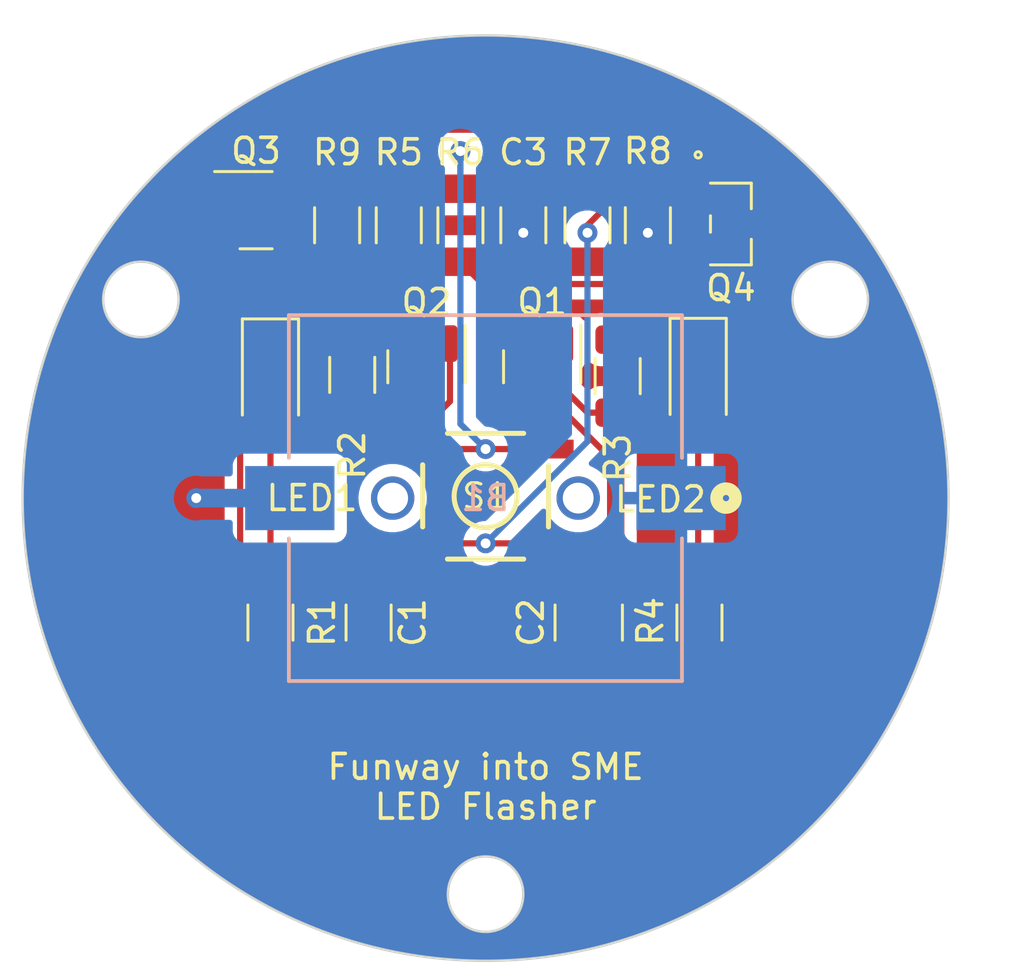
<source format=kicad_pcb>
(kicad_pcb (version 20221018) (generator pcbnew)
  (layers (0 "F.Cu" signal) (31 "B.Cu" signal) (34 "B.Paste" user) (35 "F.Paste" user) (36 "B.SilkS" user "B.Silkscreen") (37 "F.SilkS" user "F.Silkscreen") (38 "B.Mask" user) (39 "F.Mask" user) (44 "Edge.Cuts" user))
  (net 0 "")
  (net 1 "Net-(Q1-C)")
  (net 2 "LED 2")
  (net 3 "LED 1")
  (net 4 "Net-(Q2-C)")
  (net 5 "Net-(LED1-Pad2)")
  (net 6 "Net-(LED2-Pad2)")
  (net 7 "GND")
  (net 8 "3V")
  (net 9 "CRTGND")
  (net 10 "Net-(C3-Pad2)")
  (net 11 "Net-(Q3-B)")
  (net 12 "Net-(Q3-C)")
  (net 13 "Net-(Q4-Pad1)")
  (footprint "Capacitor_SMD:C_1206_3216Metric" (layer "F.Cu") (at 153.162 83.4644 90)
    (fp_text reference "R9" (at 2.9464 0 180) (layer "F.SilkS"))
    (fp_text value "10k")
    (fp_line (start -0.711252 -0.91) (end 0.711252 -0.91) (stroke (width 0.12)) (layer "F.SilkS"))
    (fp_line (start -0.711252 0.91) (end 0.711252 0.91) (stroke (width 0.12)) (layer "F.SilkS"))
    (pad "1" smd roundrect (at -1.475 0 90) (size 1.15 1.8) (layers "F.Cu" "F.Paste" "F.Mask") (roundrect_rratio 0.2173913043) (net 9 "CRTGND"))
    (pad "2" smd roundrect (at 1.475 0 90) (size 1.15 1.8) (layers "F.Cu" "F.Paste" "F.Mask") (roundrect_rratio 0.2173913043) (net 8 "3V"))
  )
  (footprint "Capacitor_SMD:C_1206_3216Metric" (layer "F.Cu") (at 160.6804 83.4644 90)
    (fp_text reference "C3" (at 2.9464 0 180) (layer "F.SilkS"))
    (fp_text value "330nF-1206-50V-10%")
    (fp_line (start -0.711252 -0.91) (end 0.711252 -0.91) (stroke (width 0.12)) (layer "F.SilkS"))
    (fp_line (start -0.711252 0.91) (end 0.711252 0.91) (stroke (width 0.12)) (layer "F.SilkS"))
    (pad "1" smd roundrect (at -1.475 0 90) (size 1.15 1.8) (layers "F.Cu" "F.Paste" "F.Mask") (roundrect_rratio 0.2173913043) (net 7 "GND"))
    (pad "2" smd roundrect (at 1.475 0 90) (size 1.15 1.8) (layers "F.Cu" "F.Paste" "F.Mask") (roundrect_rratio 0.2173913043) (net 10 "Net-(C3-Pad2)"))
  )
  (footprint "Capacitor_SMD:C_1206_3216Metric" (layer "F.Cu") (at 153.7716 89.5096 90)
    (fp_text reference "R2" (at -3.2512 0 90) (layer "F.SilkS"))
    (fp_text value "47K")
    (fp_line (start -0.711252 -0.91) (end 0.711252 -0.91) (stroke (width 0.12)) (layer "F.SilkS"))
    (fp_line (start -0.711252 0.91) (end 0.711252 0.91) (stroke (width 0.12)) (layer "F.SilkS"))
    (pad "1" smd roundrect (at -1.475 0 90) (size 1.15 1.8) (layers "F.Cu" "F.Paste" "F.Mask") (roundrect_rratio 0.2173913043) (net 2 "LED 2"))
    (pad "2" smd roundrect (at 1.475 0 90) (size 1.15 1.8) (layers "F.Cu" "F.Paste" "F.Mask") (roundrect_rratio 0.2173913043) (net 8 "3V"))
  )
  (footprint "Switches:TACTILE_SWITCH_SMD_5.2MM" (layer "F.Cu") (at 159.1564 94.4118)
    (fp_text reference "S1" (at 0 0) (layer "F.SilkS") (effects (font (thickness 0.127))))
    (fp_text value "MOMENTARY-SWITCH-SPST-2-SMD-5.2MM" hide)
    (fp_line (start -2.54 1.23952) (end -2.54 -1.27) (stroke (width 0.2032)) (layer "F.SilkS"))
    (fp_line (start -1.53924 -2.54) (end 1.53924 -2.54) (stroke (width 0.2032)) (layer "F.SilkS"))
    (fp_line (start 1.53924 2.54) (end -1.53924 2.54) (stroke (width 0.2032)) (layer "F.SilkS"))
    (fp_line (start 2.54 -1.23952) (end 2.54 1.23952) (stroke (width 0.2032)) (layer "F.SilkS"))
    (fp_circle (center 0 0) (end 0 -1.27) (stroke (width 0.2032)) (fill none) (layer "F.SilkS"))
    (pad "1" smd rect (at -2.794 -1.905 90) (size 0.762 1.524) (layers "F.Cu" "F.Paste" "F.Mask") (net 10 "Net-(C3-Pad2)"))
    (pad "2" smd rect (at 2.794 -1.905 90) (size 0.762 1.524) (layers "F.Cu" "F.Paste" "F.Mask") (net 10 "Net-(C3-Pad2)"))
    (pad "3" smd rect (at -2.794 1.905 90) (size 0.762 1.524) (layers "F.Cu" "F.Paste" "F.Mask") (net 13 "Net-(Q4-Pad1)"))
    (pad "4" smd rect (at 2.794 1.905 90) (size 0.762 1.524) (layers "F.Cu" "F.Paste" "F.Mask") (net 13 "Net-(Q4-Pad1)"))
  )
  (footprint "Capacitor_SMD:C_1206_3216Metric" (layer "F.Cu") (at 163.2712 83.4644 90)
    (fp_text reference "R7" (at 2.9464 0 180) (layer "F.SilkS"))
    (fp_text value "10k")
    (fp_line (start -0.711252 -0.91) (end 0.711252 -0.91) (stroke (width 0.12)) (layer "F.SilkS"))
    (fp_line (start -0.711252 0.91) (end 0.711252 0.91) (stroke (width 0.12)) (layer "F.SilkS"))
    (pad "1" smd roundrect (at -1.475 0 90) (size 1.15 1.8) (layers "F.Cu" "F.Paste" "F.Mask") (roundrect_rratio 0.2173913043) (net 13 "Net-(Q4-Pad1)"))
    (pad "2" smd roundrect (at 1.475 0 90) (size 1.15 1.8) (layers "F.Cu" "F.Paste" "F.Mask") (roundrect_rratio 0.2173913043) (net 12 "Net-(Q3-C)"))
  )
  (footprint "Capacitor_SMD:C_1206_3216Metric" (layer "F.Cu") (at 167.7924 99.5172 90)
    (fp_text reference "R4" (at 0.0508 -1.9812 90) (layer "F.SilkS"))
    (fp_text value "15R")
    (fp_line (start -0.711252 -0.91) (end 0.711252 -0.91) (stroke (width 0.12)) (layer "F.SilkS"))
    (fp_line (start -0.711252 0.91) (end 0.711252 0.91) (stroke (width 0.12)) (layer "F.SilkS"))
    (pad "1" smd roundrect (at -1.475 0 90) (size 1.15 1.8) (layers "F.Cu" "F.Paste" "F.Mask") (roundrect_rratio 0.2173913043) (net 4 "Net-(Q2-C)"))
    (pad "2" smd roundrect (at 1.475 0 90) (size 1.15 1.8) (layers "F.Cu" "F.Paste" "F.Mask") (roundrect_rratio 0.2173913043) (net 6 "Net-(LED2-Pad2)"))
  )
  (footprint "Capacitor_SMD:C_1210_3225Metric" (layer "F.Cu") (at 163.322 99.5172 -90)
    (fp_text reference "C2" (at 0 2.3368 90) (layer "F.SilkS"))
    (fp_text value "10UF-1210-50V-20%")
    (fp_line (start -0.711252 -1.36) (end 0.711252 -1.36) (stroke (width 0.12)) (layer "F.SilkS"))
    (fp_line (start -0.711252 1.36) (end 0.711252 1.36) (stroke (width 0.12)) (layer "F.SilkS"))
    (pad "1" smd roundrect (at -1.475 0 270) (size 1.15 2.7) (layers "F.Cu" "F.Paste" "F.Mask") (roundrect_rratio 0.2173913043) (net 3 "LED 1"))
    (pad "2" smd roundrect (at 1.475 0 270) (size 1.15 2.7) (layers "F.Cu" "F.Paste" "F.Mask") (roundrect_rratio 0.2173913043) (net 4 "Net-(Q2-C)"))
  )
  (footprint "Capacitor_SMD:C_1206_3216Metric" (layer "F.Cu") (at 150.4696 99.5172 90)
    (fp_text reference "R1" (at 0 2.0828 90) (layer "F.SilkS"))
    (fp_text value "15R")
    (fp_line (start -0.711252 -0.91) (end 0.711252 -0.91) (stroke (width 0.12)) (layer "F.SilkS"))
    (fp_line (start -0.711252 0.91) (end 0.711252 0.91) (stroke (width 0.12)) (layer "F.SilkS"))
    (pad "1" smd roundrect (at -1.475 0 90) (size 1.15 1.8) (layers "F.Cu" "F.Paste" "F.Mask") (roundrect_rratio 0.2173913043) (net 1 "Net-(Q1-C)"))
    (pad "2" smd roundrect (at 1.475 0 90) (size 1.15 1.8) (layers "F.Cu" "F.Paste" "F.Mask") (roundrect_rratio 0.2173913043) (net 5 "Net-(LED1-Pad2)"))
  )
  (footprint "Package_TO_SOT_SMD:SOT-23" (layer "F.Cu") (at 161.4424 89.1817 -90)
    (fp_text reference "Q1" (at -2.6185 0 -180) (layer "F.SilkS"))
    (fp_text value "BC848")
    (fp_line (start 0 -1.56) (end -1.675 -1.56) (stroke (width 0.12)) (layer "F.SilkS"))
    (fp_line (start 0 -1.56) (end 0.65 -1.56) (stroke (width 0.12)) (layer "F.SilkS"))
    (fp_line (start 0 1.56) (end -0.65 1.56) (stroke (width 0.12)) (layer "F.SilkS"))
    (fp_line (start 0 1.56) (end 0.65 1.56) (stroke (width 0.12)) (layer "F.SilkS"))
    (pad "1" smd roundrect (at -0.9375 -0.95 270) (size 1.475 0.6) (layers "F.Cu" "F.Paste" "F.Mask") (net 3 "LED 1"))
    (pad "2" smd roundrect (at -0.9375 0.95 270) (size 1.475 0.6) (layers "F.Cu" "F.Paste" "F.Mask") (net 9 "CRTGND"))
    (pad "3" smd roundrect (at 0.9375 0 270) (size 1.475 0.6) (layers "F.Cu" "F.Paste" "F.Mask") (net 1 "Net-(Q1-C)"))
  )
  (footprint "Capacitor_SMD:C_1206_3216Metric" (layer "F.Cu") (at 154.432 99.5172 90)
    (fp_text reference "C1" (at 0 1.778 90) (layer "F.SilkS"))
    (fp_text value "2.2UF-1206-50V-10%")
    (fp_line (start -0.711252 -0.91) (end 0.711252 -0.91) (stroke (width 0.12)) (layer "F.SilkS"))
    (fp_line (start -0.711252 0.91) (end 0.711252 0.91) (stroke (width 0.12)) (layer "F.SilkS"))
    (pad "1" smd roundrect (at -1.475 0 90) (size 1.15 1.8) (layers "F.Cu" "F.Paste" "F.Mask") (roundrect_rratio 0.2173913043) (net 1 "Net-(Q1-C)"))
    (pad "2" smd roundrect (at 1.475 0 90) (size 1.15 1.8) (layers "F.Cu" "F.Paste" "F.Mask") (roundrect_rratio 0.2173913043) (net 2 "LED 2"))
  )
  (footprint "Capacitor_SMD:C_1206_3216Metric" (layer "F.Cu") (at 155.6512 83.4644 90)
    (fp_text reference "R5" (at 2.9464 0 180) (layer "F.SilkS"))
    (fp_text value "100k")
    (fp_line (start -0.711252 -0.91) (end 0.711252 -0.91) (stroke (width 0.12)) (layer "F.SilkS"))
    (fp_line (start -0.711252 0.91) (end 0.711252 0.91) (stroke (width 0.12)) (layer "F.SilkS"))
    (pad "1" smd roundrect (at -1.475 0 90) (size 1.15 1.8) (layers "F.Cu" "F.Paste" "F.Mask") (roundrect_rratio 0.2173913043) (net 9 "CRTGND"))
    (pad "2" smd roundrect (at 1.475 0 90) (size 1.15 1.8) (layers "F.Cu" "F.Paste" "F.Mask") (roundrect_rratio 0.2173913043) (net 11 "Net-(Q3-B)"))
  )
  (footprint "Package_TO_SOT_SMD:SOT-23" (layer "F.Cu") (at 156.7688 89.1817 -90)
    (fp_text reference "Q2" (at -2.6185 0 -180) (layer "F.SilkS"))
    (fp_text value "BC848")
    (fp_line (start 0 -1.56) (end -1.675 -1.56) (stroke (width 0.12)) (layer "F.SilkS"))
    (fp_line (start 0 -1.56) (end 0.65 -1.56) (stroke (width 0.12)) (layer "F.SilkS"))
    (fp_line (start 0 1.56) (end -0.65 1.56) (stroke (width 0.12)) (layer "F.SilkS"))
    (fp_line (start 0 1.56) (end 0.65 1.56) (stroke (width 0.12)) (layer "F.SilkS"))
    (pad "1" smd roundrect (at -0.9375 -0.95 270) (size 1.475 0.6) (layers "F.Cu" "F.Paste" "F.Mask") (net 2 "LED 2"))
    (pad "2" smd roundrect (at -0.9375 0.95 270) (size 1.475 0.6) (layers "F.Cu" "F.Paste" "F.Mask") (net 9 "CRTGND"))
    (pad "3" smd roundrect (at 0.9375 0 270) (size 1.475 0.6) (layers "F.Cu" "F.Paste" "F.Mask") (net 4 "Net-(Q2-C)"))
  )
  (footprint "Capacitor_SMD:C_1206_3216Metric" (layer "F.Cu") (at 164.4904 89.5604 90)
    (fp_text reference "R3" (at -3.302 0 90) (layer "F.SilkS"))
    (fp_text value "47k")
    (fp_line (start -0.711252 -0.91) (end 0.711252 -0.91) (stroke (width 0.12)) (layer "F.SilkS"))
    (fp_line (start -0.711252 0.91) (end 0.711252 0.91) (stroke (width 0.12)) (layer "F.SilkS"))
    (pad "1" smd roundrect (at -1.475 0 90) (size 1.15 1.8) (layers "F.Cu" "F.Paste" "F.Mask") (roundrect_rratio 0.2173913043) (net 3 "LED 1"))
    (pad "2" smd roundrect (at 1.475 0 90) (size 1.15 1.8) (layers "F.Cu" "F.Paste" "F.Mask") (roundrect_rratio 0.2173913043) (net 8 "3V"))
  )
  (footprint "Package_TO_SOT_SMD:SOT-23" (layer "F.Cu") (at 149.8877 82.8548)
    (fp_text reference "Q3" (at 0 -2.4) (layer "F.SilkS"))
    (fp_text value "BC858")
    (fp_line (start 0 -1.56) (end -1.675 -1.56) (stroke (width 0.12)) (layer "F.SilkS"))
    (fp_line (start 0 -1.56) (end 0.65 -1.56) (stroke (width 0.12)) (layer "F.SilkS"))
    (fp_line (start 0 1.56) (end -0.65 1.56) (stroke (width 0.12)) (layer "F.SilkS"))
    (fp_line (start 0 1.56) (end 0.65 1.56) (stroke (width 0.12)) (layer "F.SilkS"))
    (pad "1" smd roundrect (at -0.9375 -0.95) (size 1.475 0.6) (layers "F.Cu" "F.Paste" "F.Mask") (net 11 "Net-(Q3-B)"))
    (pad "2" smd roundrect (at -0.9375 0.95) (size 1.475 0.6) (layers "F.Cu" "F.Paste" "F.Mask") (net 8 "3V"))
    (pad "3" smd roundrect (at 0.9375 0) (size 1.475 0.6) (layers "F.Cu" "F.Paste" "F.Mask") (net 12 "Net-(Q3-C)"))
  )
  (footprint "Capacitor_SMD:C_1206_3216Metric" (layer "F.Cu") (at 158.1404 83.4644 -90)
    (fp_text reference "R6" (at -2.9464 0 -180) (layer "F.SilkS"))
    (fp_text value "1M")
    (fp_line (start -0.711252 -0.91) (end 0.711252 -0.91) (stroke (width 0.12)) (layer "F.SilkS"))
    (fp_line (start -0.711252 0.91) (end 0.711252 0.91) (stroke (width 0.12)) (layer "F.SilkS"))
    (pad "1" smd roundrect (at -1.475 0 270) (size 1.15 1.8) (layers "F.Cu" "F.Paste" "F.Mask") (roundrect_rratio 0.2173913043) (net 10 "Net-(C3-Pad2)"))
    (pad "2" smd roundrect (at 1.475 0 270) (size 1.15 1.8) (layers "F.Cu" "F.Paste" "F.Mask") (roundrect_rratio 0.2173913043) (net 9 "CRTGND"))
  )
  (footprint "Capacitor_SMD:C_1206_3216Metric" (layer "F.Cu") (at 165.7096 83.4644 90)
    (fp_text reference "R8" (at 2.9972 0 180) (layer "F.SilkS"))
    (fp_text value "10k")
    (fp_line (start -0.711252 -0.91) (end 0.711252 -0.91) (stroke (width 0.12)) (layer "F.SilkS"))
    (fp_line (start -0.711252 0.91) (end 0.711252 0.91) (stroke (width 0.12)) (layer "F.SilkS"))
    (pad "1" smd roundrect (at -1.475 0 90) (size 1.15 1.8) (layers "F.Cu" "F.Paste" "F.Mask") (roundrect_rratio 0.2173913043) (net 7 "GND"))
    (pad "2" smd roundrect (at 1.475 0 90) (size 1.15 1.8) (layers "F.Cu" "F.Paste" "F.Mask") (roundrect_rratio 0.2173913043) (net 12 "Net-(Q3-C)"))
  )
  (footprint "LED_SMD:LED_1206_3216Metric" (layer "F.Cu") (at 150.4696 89.5338 -90)
    (fp_text reference "LED1" (at 4.9542 -1.6764 -180) (layer "F.SilkS"))
    (fp_text value "598-8220-107F")
    (fp_line (start -2.285 -1.135) (end -2.285 1.135) (stroke (width 0.12)) (layer "F.SilkS"))
    (fp_line (start -2.285 1.135) (end 1.6 1.135) (stroke (width 0.12)) (layer "F.SilkS"))
    (fp_line (start 1.6 -1.135) (end -2.285 -1.135) (stroke (width 0.12)) (layer "F.SilkS"))
    (pad "1" smd roundrect (at -1.4 0 270) (size 1.25 1.75) (layers "F.Cu" "F.Paste" "F.Mask") (roundrect_rratio 0.2) (net 8 "3V"))
    (pad "2" smd roundrect (at 1.4 0 270) (size 1.25 1.75) (layers "F.Cu" "F.Paste" "F.Mask") (roundrect_rratio 0.2) (net 5 "Net-(LED1-Pad2)"))
  )
  (footprint "Si2342DS:SI2342DS-T1-GE3" (layer "F.Cu") (at 169.0624 83.4136 -90)
    (fp_text reference "Q4" (at 2.5908 0 -180) (layer "F.SilkS"))
    (fp_text value "SI2342DS-T1-GE3" hide)
    (fp_line (start -1.651 -0.8255) (end -1.651 0.8255) (stroke (width 0.12)) (layer "F.SilkS"))
    (fp_line (start -0.61674 -0.8255) (end -1.651 -0.8255) (stroke (width 0.12)) (layer "F.SilkS"))
    (fp_line (start -0.333261 0.8255) (end 0.333261 0.8255) (stroke (width 0.12)) (layer "F.SilkS"))
    (fp_line (start 1.651 -0.8255) (end 0.61674 -0.8255) (stroke (width 0.12)) (layer "F.SilkS"))
    (fp_line (start 1.651 0.8255) (end 1.651 -0.8255) (stroke (width 0.12)) (layer "F.SilkS"))
    (fp_circle (center -2.794 1.3208) (end -2.667 1.3208) (stroke (width 0.12)) (fill none) (layer "F.SilkS"))
    (pad "1" smd rect (at -0.950001 1.016 270) (size 0.568 1.309599) (layers "F.Cu" "F.Paste" "F.Mask") (net 13 "Net-(Q4-Pad1)"))
    (pad "2" smd rect (at 0.950001 1.016 270) (size 0.568 1.309599) (layers "F.Cu" "F.Paste" "F.Mask") (net 7 "GND"))
    (pad "3" smd rect (at 0 -1.016 270) (size 0.568 1.309599) (layers "F.Cu" "F.Paste" "F.Mask") (net 9 "CRTGND"))
  )
  (footprint "LED_SMD:LED_1206_3216Metric" (layer "F.Cu") (at 167.7416 89.5096 -90)
    (fp_text reference "LED2" (at 5.0292 1.524 -180) (layer "F.SilkS"))
    (fp_text value "598-8250-107F")
    (fp_line (start -2.285 -1.135) (end -2.285 1.135) (stroke (width 0.12)) (layer "F.SilkS"))
    (fp_line (start -2.285 1.135) (end 1.6 1.135) (stroke (width 0.12)) (layer "F.SilkS"))
    (fp_line (start 1.6 -1.135) (end -2.285 -1.135) (stroke (width 0.12)) (layer "F.SilkS"))
    (pad "1" smd roundrect (at -1.4 0 270) (size 1.25 1.75) (layers "F.Cu" "F.Paste" "F.Mask") (roundrect_rratio 0.2) (net 8 "3V"))
    (pad "2" smd roundrect (at 1.4 0 270) (size 1.25 1.75) (layers "F.Cu" "F.Paste" "F.Mask") (roundrect_rratio 0.2) (net 6 "Net-(LED2-Pad2)"))
  )
  (footprint "CR1220 Holder:1048P_KEY" (layer "B.Cu") (at 159.15005 94.488 180)
    (fp_text reference "B1" (at 0 0 unlocked) (layer "B.SilkS") (effects (justify mirror)))
    (fp_text value "1056TR")
    (fp_line (start -7.9375 -7.3914) (end 7.9375 -7.3914) (stroke (width 0.1524)) (layer "B.SilkS"))
    (fp_line (start -7.9375 -1.62814) (end -7.9375 -7.3914) (stroke (width 0.1524)) (layer "B.SilkS"))
    (fp_line (start -7.9375 7.3914) (end -7.9375 1.62814) (stroke (width 0.1524)) (layer "B.SilkS"))
    (fp_line (start 7.9375 -7.3914) (end 7.9375 -1.62814) (stroke (width 0.1524)) (layer "B.SilkS"))
    (fp_line (start 7.9375 1.62814) (end 7.9375 7.3914) (stroke (width 0.1524)) (layer "B.SilkS"))
    (fp_line (start 7.9375 7.3914) (end -7.9375 7.3914) (stroke (width 0.1524)) (layer "B.SilkS"))
    (fp_circle (center -9.7155 0) (end -9.3345 0) (stroke (width 0.508)) (fill none) (layer "F.SilkS"))
    (pad "1" smd rect (at -7.8994 0 180) (size 3.6068 2.5908) (layers "B.Cu" "B.Paste" "B.Mask") (net 7 "GND"))
    (pad "2" smd rect (at 7.8994 0 180) (size 3.6068 2.5908) (layers "B.Cu" "B.Paste" "B.Mask") (net 8 "3V"))
    (pad "3" thru_hole circle (at -3.7465 0 180) (size 1.7526 1.7526) (drill 1.2446) (layers "*.Cu" "*.Mask"))
    (pad "4" thru_hole circle (at 3.7465 0 180) (size 1.7526 1.7526) (drill 1.2446) (layers "*.Cu" "*.Mask"))
  )
  (gr_circle (center 173.0756 86.4616) (end 174.5996 86.4616) (stroke (width 0.1)) (fill none) (layer "Edge.Cuts"))
  (gr_circle (center 145.2372 86.4616) (end 143.7132 86.4616) (stroke (width 0.1)) (fill none) (layer "Edge.Cuts"))
  (gr_circle (center 159.1564 110.49) (end 160.6804 110.49) (stroke (width 0.1)) (fill none) (layer "Edge.Cuts"))
  (gr_circle (center 159.1564 94.488) (end 177.8508 94.5896) (stroke (width 0.1)) (fill none) (layer "Edge.Cuts"))
  (gr_text "Funway into SME\nLED Flasher" (at 159.1564 107.5436) (layer "F.SilkS") (effects (font (size 1 1)) (justify bottom)))
  (segment (start 154.432 100.9922) (end 154.4338 100.9904) (width 0.25) (layer "F.Cu") (net 1))
  (segment (start 163.0322 97.1296) (end 164.1856 95.9762) (width 0.25) (layer "F.Cu") (net 1))
  (segment (start 161.4932 97.632827) (end 161.996427 97.1296) (width 0.25) (layer "F.Cu") (net 1))
  (segment (start 154.432 100.9922) (end 150.4696 100.9922) (width 0.25) (layer "F.Cu") (net 1))
  (segment (start 154.4338 100.9904) (end 158.8008 100.9904) (width 0.25) (layer "F.Cu") (net 1))
  (segment (start 164.1856 95.9762) (end 164.1856 92.8624) (width 0.25) (layer "F.Cu") (net 1))
  (segment (start 158.8008 100.9904) (end 161.4932 98.298) (width 0.25) (layer "F.Cu") (net 1))
  (segment (start 161.4932 98.298) (end 161.4932 97.632827) (width 0.25) (layer "F.Cu") (net 1))
  (segment (start 161.996427 97.1296) (end 163.0322 97.1296) (width 0.25) (layer "F.Cu") (net 1))
  (segment (start 164.1856 92.8624) (end 161.4424 90.1192) (width 0.25) (layer "F.Cu") (net 1))
  (segment (start 153.9687 91.1817) (end 153.7716 90.9846) (width 0.25) (layer "F.Cu") (net 2))
  (segment (start 157.115551 91.1817) (end 153.9687 91.1817) (width 0.25) (layer "F.Cu") (net 2))
  (segment (start 157.7188 90.578451) (end 157.115551 91.1817) (width 0.25) (layer "F.Cu") (net 2))
  (segment (start 157.7188 88.2442) (end 157.7188 90.578451) (width 0.25) (layer "F.Cu") (net 2))
  (segment (start 153.7716 97.3818) (end 154.432 98.0422) (width 0.25) (layer "F.Cu") (net 2))
  (segment (start 153.7716 90.9846) (end 153.7716 97.3818) (width 0.25) (layer "F.Cu") (net 2))
  (segment (start 163.273 91.0354) (end 164.4904 91.0354) (width 0.25) (layer "F.Cu") (net 3))
  (segment (start 164.6356 91.1806) (end 164.4904 91.0354) (width 0.25) (layer "F.Cu") (net 3))
  (segment (start 164.6356 96.7286) (end 164.6356 91.1806) (width 0.25) (layer "F.Cu") (net 3))
  (segment (start 162.3924 90.1548) (end 163.273 91.0354) (width 0.25) (layer "F.Cu") (net 3))
  (segment (start 162.3924 88.2442) (end 162.3924 90.1548) (width 0.25) (layer "F.Cu") (net 3))
  (segment (start 163.322 98.0422) (end 164.6356 96.7286) (width 0.25) (layer "F.Cu") (net 3))
  (segment (start 150.203627 102.5144) (end 162.4076 102.5144) (width 0.25) (layer "F.Cu") (net 4))
  (segment (start 149.2446 101.555373) (end 150.203627 102.5144) (width 0.25) (layer "F.Cu") (net 4))
  (segment (start 162.4076 102.5144) (end 163.322 101.6) (width 0.25) (layer "F.Cu") (net 4))
  (segment (start 149.2446 90.345627) (end 149.2446 101.555373) (width 0.25) (layer "F.Cu") (net 4))
  (segment (start 156.6164 89.9668) (end 149.623427 89.9668) (width 0.25) (layer "F.Cu") (net 4))
  (segment (start 163.322 101.6) (end 163.322 100.9922) (width 0.25) (layer "F.Cu") (net 4))
  (segment (start 167.7924 100.9922) (end 163.322 100.9922) (width 0.25) (layer "F.Cu") (net 4))
  (segment (start 149.623427 89.9668) (end 149.2446 90.345627) (width 0.25) (layer "F.Cu") (net 4))
  (segment (start 156.7688 90.1192) (end 156.6164 89.9668) (width 0.25) (layer "F.Cu") (net 4))
  (segment (start 150.4696 90.9338) (end 150.4696 98.0422) (width 0.25) (layer "F.Cu") (net 5))
  (segment (start 167.7416 90.9096) (end 167.7416 97.9914) (width 0.25) (layer "F.Cu") (net 6))
  (segment (start 167.7416 97.9914) (end 167.7924 98.0422) (width 0.25) (layer "F.Cu") (net 6))
  (segment (start 160.6804 84.9394) (end 160.6804 83.7692) (width 0.25) (layer "F.Cu") (net 7))
  (segment (start 168.0464 84.363601) (end 166.285399 84.363601) (width 0.25) (layer "F.Cu") (net 7))
  (segment (start 166.285399 84.363601) (end 165.7096 84.9394) (width 0.25) (layer "F.Cu") (net 7))
  (segment (start 165.7096 84.9394) (end 165.7096 83.7692) (width 0.25) (layer "F.Cu") (net 7))
  (via (at 165.7096 83.7692) (size 0.8) (drill 0.4) (layers "F.Cu" "B.Cu") (net 7))
  (via (at 160.6804 83.7692) (size 0.8) (drill 0.4) (layers "F.Cu" "B.Cu") (net 7))
  (via (at 147.4724 94.488) (size 0.8) (drill 0.4) (layers "F.Cu" "B.Cu") (net 8))
  (segment (start 151.25065 94.488) (end 147.4724 94.488) (width 0.75) (layer "B.Cu") (net 8))
  (segment (start 168.1866 85.8394) (end 159.0404 85.8394) (width 0.25) (layer "F.Cu") (net 9))
  (segment (start 160.4924 88.2442) (end 159.0404 86.7922) (width 0.25) (layer "F.Cu") (net 9))
  (segment (start 159.0404 86.7922) (end 159.0404 85.8394) (width 0.25) (layer "F.Cu") (net 9))
  (segment (start 155.6512 84.9394) (end 155.6512 88.0766) (width 0.25) (layer "F.Cu") (net 9))
  (segment (start 153.162 84.9394) (end 158.1404 84.9394) (width 0.25) (layer "F.Cu") (net 9))
  (segment (start 159.0404 85.8394) (end 158.1404 84.9394) (width 0.25) (layer "F.Cu") (net 9))
  (segment (start 170.0784 83.9476) (end 168.1866 85.8394) (width 0.25) (layer "F.Cu") (net 9))
  (segment (start 155.6512 88.0766) (end 155.8188 88.2442) (width 0.25) (layer "F.Cu") (net 9))
  (segment (start 170.0784 83.4136) (end 170.0784 83.9476) (width 0.25) (layer "F.Cu") (net 9))
  (segment (start 160.6804 81.9894) (end 158.1404 81.9894) (width 0.25) (layer "F.Cu") (net 10))
  (segment (start 158.1404 81.9894) (end 158.1404 80.4672) (width 0.25) (layer "F.Cu") (net 10))
  (segment (start 156.3624 92.5068) (end 159.1564 92.5068) (width 0.25) (layer "F.Cu") (net 10))
  (segment (start 159.1564 92.5068) (end 161.9504 92.5068) (width 0.25) (layer "F.Cu") (net 10))
  (via (at 159.1564 92.5068) (size 0.8) (drill 0.4) (layers "F.Cu" "B.Cu") (net 10))
  (via (at 158.1404 80.4672) (size 0.8) (drill 0.4) (layers "F.Cu" "B.Cu") (net 10))
  (segment (start 158.1404 80.4672) (end 158.1404 91.4908) (width 0.25) (layer "B.Cu") (net 10))
  (segment (start 158.1404 91.4908) (end 159.1564 92.5068) (width 0.25) (layer "B.Cu") (net 10))
  (segment (start 149.7656 81.0894) (end 154.7512 81.0894) (width 0.25) (layer "F.Cu") (net 11))
  (segment (start 154.7512 81.0894) (end 155.6512 81.9894) (width 0.25) (layer "F.Cu") (net 11))
  (segment (start 148.9502 81.9048) (end 149.7656 81.0894) (width 0.25) (layer "F.Cu") (net 11))
  (segment (start 162.1536 79.6036) (end 149.1488 79.6036) (width 0.25) (layer "F.Cu") (net 12))
  (segment (start 163.2712 81.9894) (end 163.2712 80.7212) (width 0.25) (layer "F.Cu") (net 12))
  (segment (start 163.2712 81.9894) (end 165.7096 81.9894) (width 0.25) (layer "F.Cu") (net 12))
  (segment (start 149.1488 79.6036) (end 147.4216 81.3308) (width 0.25) (layer "F.Cu") (net 12))
  (segment (start 147.4216 81.3308) (end 147.4216 81.785451) (width 0.25) (layer "F.Cu") (net 12))
  (segment (start 148.490949 82.8548) (end 150.8252 82.8548) (width 0.25) (layer "F.Cu") (net 12))
  (segment (start 147.4216 81.785451) (end 148.490949 82.8548) (width 0.25) (layer "F.Cu") (net 12))
  (segment (start 163.2712 80.7212) (end 162.1536 79.6036) (width 0.25) (layer "F.Cu") (net 12))
  (segment (start 163.2712 83.7692) (end 163.2712 83.4644) (width 0.25) (layer "F.Cu") (net 13))
  (segment (start 163.2712 83.4644) (end 163.7792 82.9564) (width 0.25) (layer "F.Cu") (net 13))
  (segment (start 159.1564 96.3168) (end 156.3624 96.3168) (width 0.25) (layer "F.Cu") (net 13))
  (segment (start 161.9504 96.3168) (end 159.1564 96.3168) (width 0.25) (layer "F.Cu") (net 13))
  (segment (start 167.553599 82.9564) (end 168.0464 82.463599) (width 0.25) (layer "F.Cu") (net 13))
  (segment (start 163.7792 82.9564) (end 167.553599 82.9564) (width 0.25) (layer "F.Cu") (net 13))
  (segment (start 163.2712 84.9394) (end 163.2712 83.7692) (width 0.25) (layer "F.Cu") (net 13))
  (via (at 163.2712 83.7692) (size 0.8) (drill 0.4) (layers "F.Cu" "B.Cu") (net 13))
  (via (at 159.1564 96.3168) (size 0.8) (drill 0.4) (layers "F.Cu" "B.Cu") (net 13))
  (segment (start 163.2712 92.202) (end 159.1564 96.3168) (width 0.25) (layer "B.Cu") (net 13))
  (segment (start 163.2712 83.7692) (end 163.2712 92.202) (width 0.25) (layer "B.Cu") (net 13))
  (zone (net 8) (net_name "3V") (layer "F.Cu") (connect_pads (clearance 0.5)) (min_thickness 0.25) (fill yes (thermal_gap 0.5) (thermal_bridge_width 0.5))
    (polygon (pts (xy 139.5476 75.0824) (xy 180.7464 75.0316) (xy 180.6956 113.7412) (xy 139.7 113.7412)))
  )
  (zone (net 7) (net_name "GND") (layer "B.Cu") (priority 1) (connect_pads (clearance 0.5)) (min_thickness 0.25) (fill yes (thermal_gap 0.5) (thermal_bridge_width 0.5))
    (polygon (pts (xy 180.6956 74.9808) (xy 180.8988 113.8936) (xy 139.5476 113.8428) (xy 139.5476 75.2348) (xy 172.1104 74.93)))
  )
)
</source>
